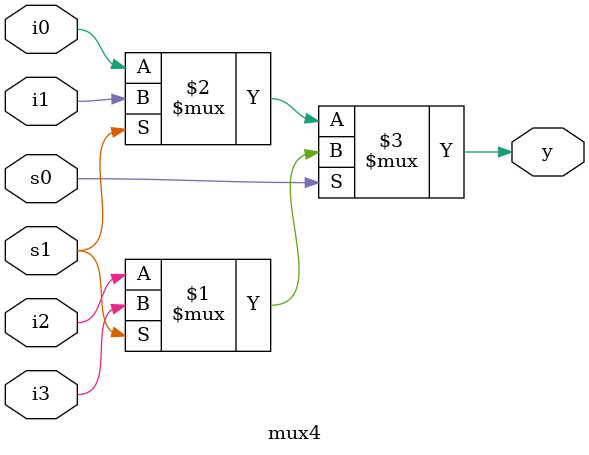
<source format=v>
module mux4(y,i0,i1,i2,i3,s0,s1);
input i0,i1,i2,i3;
input s0,s1;
output y;
assign y=s0?(s1?i3:i2):(s1?i1:i0);
/*always@ (i0,i1,i2,i3,sel) begin
case (s)
	2'b00  :  y=i0;
	2'b01  :  y=i1;
	2'b10  :  y=i2;
	default  :  y=i3;
	endcase
end*/
//assign y=(i[0]&(!s0)&(!s1))|(i[1]&(!s0)&(s1))|(i[2]&(s0)&(!s1))|(i[3]&(s0)&(s1));
endmodule

</source>
